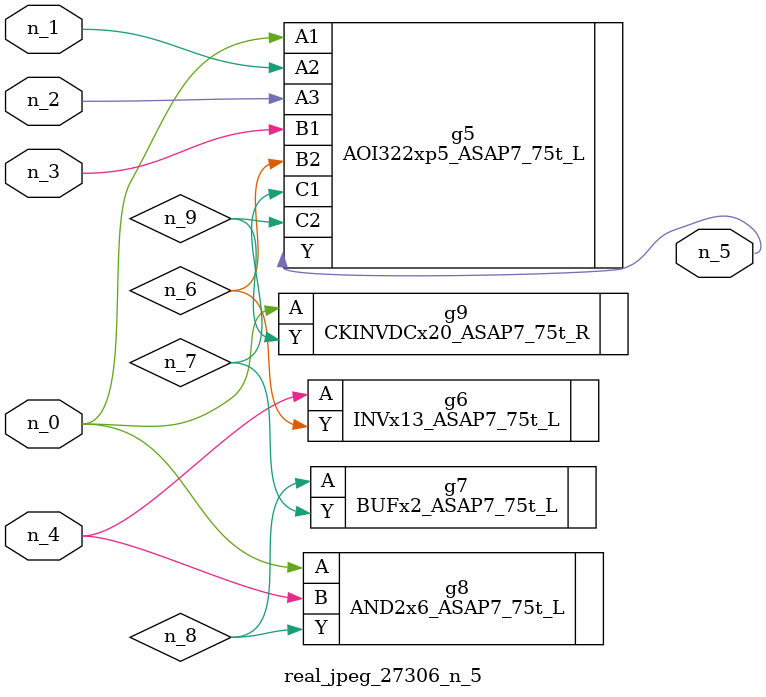
<source format=v>
module real_jpeg_27306_n_5 (n_4, n_0, n_1, n_2, n_3, n_5);

input n_4;
input n_0;
input n_1;
input n_2;
input n_3;

output n_5;

wire n_8;
wire n_6;
wire n_7;
wire n_9;

AOI322xp5_ASAP7_75t_L g5 ( 
.A1(n_0),
.A2(n_1),
.A3(n_2),
.B1(n_3),
.B2(n_6),
.C1(n_7),
.C2(n_9),
.Y(n_5)
);

AND2x6_ASAP7_75t_L g8 ( 
.A(n_0),
.B(n_4),
.Y(n_8)
);

CKINVDCx20_ASAP7_75t_R g9 ( 
.A(n_0),
.Y(n_9)
);

INVx13_ASAP7_75t_L g6 ( 
.A(n_4),
.Y(n_6)
);

BUFx2_ASAP7_75t_L g7 ( 
.A(n_8),
.Y(n_7)
);


endmodule
</source>
